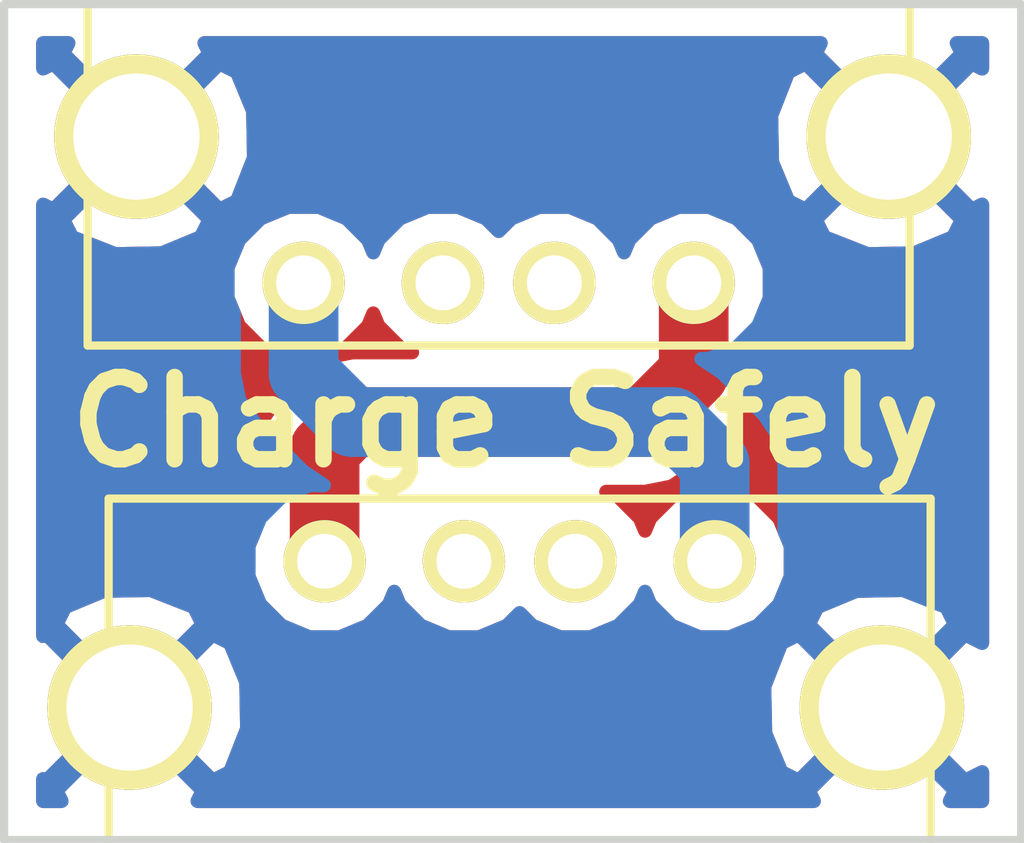
<source format=kicad_pcb>
(kicad_pcb (version 4) (host pcbnew 4.0.2+dfsg1-stable)

  (general
    (links 5)
    (no_connects 0)
    (area 0 0 0 0)
    (thickness 1.6)
    (drawings 8)
    (tracks 10)
    (zones 0)
    (modules 2)
    (nets 8)
  )

  (page A4)
  (layers
    (0 F.Cu signal hide)
    (31 B.Cu signal)
    (32 B.Adhes user)
    (33 F.Adhes user)
    (34 B.Paste user)
    (35 F.Paste user)
    (36 B.SilkS user)
    (37 F.SilkS user)
    (38 B.Mask user)
    (39 F.Mask user)
    (40 Dwgs.User user)
    (41 Cmts.User user)
    (42 Eco1.User user)
    (43 Eco2.User user)
    (44 Edge.Cuts user)
    (45 Margin user)
    (46 B.CrtYd user)
    (47 F.CrtYd user)
    (48 B.Fab user)
    (49 F.Fab user)
  )

  (setup
    (last_trace_width 1.27)
    (trace_clearance 0.2)
    (zone_clearance 0.508)
    (zone_45_only yes)
    (trace_min 0.2)
    (segment_width 0.2)
    (edge_width 0.15)
    (via_size 0.6)
    (via_drill 0.4)
    (via_min_size 0.4)
    (via_min_drill 0.3)
    (uvia_size 0.3)
    (uvia_drill 0.1)
    (uvias_allowed no)
    (uvia_min_size 0)
    (uvia_min_drill 0)
    (pcb_text_width 0.3)
    (pcb_text_size 1.5 1.5)
    (mod_edge_width 0.15)
    (mod_text_size 1 1)
    (mod_text_width 0.15)
    (pad_size 1.524 1.524)
    (pad_drill 0.762)
    (pad_to_mask_clearance 0.2)
    (aux_axis_origin 0 0)
    (visible_elements FFFFFF7F)
    (pcbplotparams
      (layerselection 0x00030_80000001)
      (usegerberextensions false)
      (excludeedgelayer true)
      (linewidth 0.100000)
      (plotframeref false)
      (viasonmask false)
      (mode 1)
      (useauxorigin false)
      (hpglpennumber 1)
      (hpglpenspeed 20)
      (hpglpendiameter 15)
      (hpglpenoverlay 2)
      (psnegative false)
      (psa4output false)
      (plotreference true)
      (plotvalue true)
      (plotinvisibletext false)
      (padsonsilk false)
      (subtractmaskfromsilk false)
      (outputformat 1)
      (mirror false)
      (drillshape 1)
      (scaleselection 1)
      (outputdirectory ""))
  )

  (net 0 "")
  (net 1 "Net-(P1-Pad4)")
  (net 2 "Net-(P1-Pad3)")
  (net 3 "Net-(P1-Pad2)")
  (net 4 "Net-(P1-Pad1)")
  (net 5 "Net-(P1-Pad5)")
  (net 6 "Net-(P2-Pad3)")
  (net 7 "Net-(P2-Pad2)")

  (net_class Default "This is the default net class."
    (clearance 0.2)
    (trace_width 1.27)
    (via_dia 0.6)
    (via_drill 0.4)
    (uvia_dia 0.3)
    (uvia_drill 0.1)
    (add_net "Net-(P1-Pad1)")
    (add_net "Net-(P1-Pad2)")
    (add_net "Net-(P1-Pad3)")
    (add_net "Net-(P1-Pad4)")
    (add_net "Net-(P1-Pad5)")
    (add_net "Net-(P2-Pad2)")
    (add_net "Net-(P2-Pad3)")
  )

  (module Connect:USB_A (layer F.Cu) (tedit 59CC453D) (tstamp 59CC433E)
    (at 155.321 99.06 180)
    (descr "USB A connector")
    (tags "USB USB_A")
    (path /59CC42C4)
    (fp_text reference P1 (at -7.239 -2.54 180) (layer F.SilkS)
      (effects (font (size 1 1) (thickness 0.15)))
    )
    (fp_text value USB_A (at 3.83794 7.43458 180) (layer F.Fab)
      (effects (font (size 1 1) (thickness 0.15)))
    )
    (fp_line (start -5.3 13.2) (end -5.3 -1.4) (layer F.CrtYd) (width 0.05))
    (fp_line (start 11.95 -1.4) (end 11.95 13.2) (layer F.CrtYd) (width 0.05))
    (fp_line (start -5.3 13.2) (end 11.95 13.2) (layer F.CrtYd) (width 0.05))
    (fp_line (start -5.3 -1.4) (end 11.95 -1.4) (layer F.CrtYd) (width 0.05))
    (fp_line (start 11.04986 -1.14512) (end 11.04986 12.95188) (layer F.SilkS) (width 0.15))
    (fp_line (start -3.93614 12.95188) (end -3.93614 -1.14512) (layer F.SilkS) (width 0.15))
    (fp_line (start 11.04986 -1.14512) (end -3.93614 -1.14512) (layer F.SilkS) (width 0.15))
    (fp_line (start 11.04986 12.95188) (end -3.93614 12.95188) (layer F.SilkS) (width 0.15))
    (pad 4 thru_hole circle (at 7.11286 -0.00212 90) (size 1.50114 1.50114) (drill 1.00076) (layers *.Cu *.Mask F.SilkS)
      (net 1 "Net-(P1-Pad4)"))
    (pad 3 thru_hole circle (at 4.57286 -0.00212 90) (size 1.50114 1.50114) (drill 1.00076) (layers *.Cu *.Mask F.SilkS)
      (net 2 "Net-(P1-Pad3)"))
    (pad 2 thru_hole circle (at 2.54086 -0.00212 90) (size 1.50114 1.50114) (drill 1.00076) (layers *.Cu *.Mask F.SilkS)
      (net 3 "Net-(P1-Pad2)"))
    (pad 1 thru_hole circle (at 0.00086 -0.00212 90) (size 1.50114 1.50114) (drill 1.00076) (layers *.Cu *.Mask F.SilkS)
      (net 4 "Net-(P1-Pad1)"))
    (pad 5 thru_hole circle (at 10.16086 2.66488 90) (size 2.99974 2.99974) (drill 2.30124) (layers *.Cu *.Mask F.SilkS)
      (net 5 "Net-(P1-Pad5)"))
    (pad 5 thru_hole circle (at -3.55514 2.66488 90) (size 2.99974 2.99974) (drill 2.30124) (layers *.Cu *.Mask F.SilkS)
      (net 5 "Net-(P1-Pad5)"))
    (model Connect.3dshapes/USB_A.wrl
      (at (xyz 0.14 0 0))
      (scale (xyz 1 1 1))
      (rotate (xyz 0 0 90))
    )
  )

  (module Connect:USB_A (layer F.Cu) (tedit 59CC4541) (tstamp 59CC4348)
    (at 148.59 104.14)
    (descr "USB A connector")
    (tags "USB USB_A")
    (path /59CC433B)
    (fp_text reference P2 (at -7.366 -2.54) (layer F.SilkS)
      (effects (font (size 1 1) (thickness 0.15)))
    )
    (fp_text value USB_A (at 3.83794 7.43458) (layer F.Fab)
      (effects (font (size 1 1) (thickness 0.15)))
    )
    (fp_line (start -5.3 13.2) (end -5.3 -1.4) (layer F.CrtYd) (width 0.05))
    (fp_line (start 11.95 -1.4) (end 11.95 13.2) (layer F.CrtYd) (width 0.05))
    (fp_line (start -5.3 13.2) (end 11.95 13.2) (layer F.CrtYd) (width 0.05))
    (fp_line (start -5.3 -1.4) (end 11.95 -1.4) (layer F.CrtYd) (width 0.05))
    (fp_line (start 11.04986 -1.14512) (end 11.04986 12.95188) (layer F.SilkS) (width 0.15))
    (fp_line (start -3.93614 12.95188) (end -3.93614 -1.14512) (layer F.SilkS) (width 0.15))
    (fp_line (start 11.04986 -1.14512) (end -3.93614 -1.14512) (layer F.SilkS) (width 0.15))
    (fp_line (start 11.04986 12.95188) (end -3.93614 12.95188) (layer F.SilkS) (width 0.15))
    (pad 4 thru_hole circle (at 7.11286 -0.00212 270) (size 1.50114 1.50114) (drill 1.00076) (layers *.Cu *.Mask F.SilkS)
      (net 1 "Net-(P1-Pad4)"))
    (pad 3 thru_hole circle (at 4.57286 -0.00212 270) (size 1.50114 1.50114) (drill 1.00076) (layers *.Cu *.Mask F.SilkS)
      (net 6 "Net-(P2-Pad3)"))
    (pad 2 thru_hole circle (at 2.54086 -0.00212 270) (size 1.50114 1.50114) (drill 1.00076) (layers *.Cu *.Mask F.SilkS)
      (net 7 "Net-(P2-Pad2)"))
    (pad 1 thru_hole circle (at 0.00086 -0.00212 270) (size 1.50114 1.50114) (drill 1.00076) (layers *.Cu *.Mask F.SilkS)
      (net 4 "Net-(P1-Pad1)"))
    (pad 5 thru_hole circle (at 10.16086 2.66488 270) (size 2.99974 2.99974) (drill 2.30124) (layers *.Cu *.Mask F.SilkS)
      (net 5 "Net-(P1-Pad5)"))
    (pad 5 thru_hole circle (at -3.55514 2.66488 270) (size 2.99974 2.99974) (drill 2.30124) (layers *.Cu *.Mask F.SilkS)
      (net 5 "Net-(P1-Pad5)"))
    (model Connect.3dshapes/USB_A.wrl
      (at (xyz 0.14 0 0))
      (scale (xyz 1 1 1))
      (rotate (xyz 0 0 90))
    )
  )

  (gr_text @SmittyHalibut (at 152.146 96.266) (layer B.Mask)
    (effects (font (size 1.016 0.762) (thickness 0.1524)) (justify mirror))
  )
  (gr_text <>< (at 149.606 106.68) (layer B.Mask)
    (effects (font (size 1.016 1.016) (thickness 0.1778)) (justify mirror))
  )
  (gr_text ><> (at 154.432 107.696) (layer B.Mask)
    (effects (font (size 1.016 1.016) (thickness 0.1778)) (justify mirror))
  )
  (gr_text "Charge Safely" (at 151.892 101.6) (layer F.SilkS)
    (effects (font (size 1.5 1.5) (thickness 0.3)))
  )
  (gr_line (start 142.748 109.22) (end 161.29 109.22) (angle 90) (layer Edge.Cuts) (width 0.15))
  (gr_line (start 142.748 109.22) (end 142.748 93.98) (angle 90) (layer Edge.Cuts) (width 0.15))
  (gr_line (start 161.29 93.98) (end 161.29 109.22) (angle 90) (layer Edge.Cuts) (width 0.15))
  (gr_line (start 142.748 93.98) (end 161.29 93.98) (angle 90) (layer Edge.Cuts) (width 0.15))

  (segment (start 148.20814 99.06212) (end 148.20814 100.71014) (width 1.27) (layer B.Cu) (net 1) (status 400000))
  (segment (start 155.70286 102.36286) (end 155.70286 104.13788) (width 1.27) (layer B.Cu) (net 1) (tstamp 59CC4529) (status 800000))
  (segment (start 154.94 101.6) (end 155.70286 102.36286) (width 1.27) (layer B.Cu) (net 1) (tstamp 59CC4526))
  (segment (start 149.098 101.6) (end 154.94 101.6) (width 1.27) (layer B.Cu) (net 1) (tstamp 59CC4524))
  (segment (start 148.20814 100.71014) (end 149.098 101.6) (width 1.27) (layer B.Cu) (net 1) (tstamp 59CC451F))
  (segment (start 155.32014 99.06212) (end 155.32014 100.71186) (width 1.27) (layer F.Cu) (net 4) (status 400000))
  (segment (start 148.59086 102.10714) (end 148.59086 104.13788) (width 1.27) (layer F.Cu) (net 4) (tstamp 59CC451A) (status 800000))
  (segment (start 149.098 101.6) (end 148.59086 102.10714) (width 1.27) (layer F.Cu) (net 4) (tstamp 59CC4517))
  (segment (start 154.432 101.6) (end 149.098 101.6) (width 1.27) (layer F.Cu) (net 4) (tstamp 59CC4512))
  (segment (start 155.32014 100.71186) (end 154.432 101.6) (width 1.27) (layer F.Cu) (net 4) (tstamp 59CC450F))

  (zone (net 5) (net_name "Net-(P1-Pad5)") (layer F.Cu) (tstamp 59CC447E) (hatch edge 0.508)
    (connect_pads (clearance 0.508))
    (min_thickness 0.254)
    (fill yes (arc_segments 16) (thermal_gap 0.508) (thermal_bridge_width 0.508))
    (polygon
      (pts
        (xy 142.748 93.98) (xy 161.29 93.98) (xy 161.29 109.22) (xy 142.748 109.22)
      )
    )
    (filled_polygon
      (pts
        (xy 143.825868 94.881243) (xy 145.16014 96.215515) (xy 146.494412 94.881243) (xy 146.398557 94.69) (xy 157.637723 94.69)
        (xy 157.541868 94.881243) (xy 158.87614 96.215515) (xy 160.210412 94.881243) (xy 160.114557 94.69) (xy 160.58 94.69)
        (xy 160.58 95.156072) (xy 160.390017 95.060848) (xy 159.055745 96.39512) (xy 160.390017 97.729392) (xy 160.58 97.634168)
        (xy 160.58 105.628625) (xy 160.264737 105.470608) (xy 158.930465 106.80488) (xy 160.264737 108.139152) (xy 160.58 107.981135)
        (xy 160.58 108.51) (xy 159.989277 108.51) (xy 160.085132 108.318757) (xy 158.75086 106.984485) (xy 157.416588 108.318757)
        (xy 157.512443 108.51) (xy 146.273277 108.51) (xy 146.369132 108.318757) (xy 145.03486 106.984485) (xy 143.700588 108.318757)
        (xy 143.796443 108.51) (xy 143.458 108.51) (xy 143.458 108.107584) (xy 143.520983 108.139152) (xy 144.855255 106.80488)
        (xy 145.214465 106.80488) (xy 146.548737 108.139152) (xy 146.867492 107.979385) (xy 147.177455 107.188663) (xy 147.162787 106.421097)
        (xy 156.608265 106.421097) (xy 156.624493 107.270246) (xy 156.918228 107.979385) (xy 157.236983 108.139152) (xy 158.571255 106.80488)
        (xy 157.236983 105.470608) (xy 156.918228 105.630375) (xy 156.608265 106.421097) (xy 147.162787 106.421097) (xy 147.161227 106.339514)
        (xy 146.867492 105.630375) (xy 146.548737 105.470608) (xy 145.214465 106.80488) (xy 144.855255 106.80488) (xy 143.520983 105.470608)
        (xy 143.458 105.502176) (xy 143.458 105.291003) (xy 143.700588 105.291003) (xy 145.03486 106.625275) (xy 146.369132 105.291003)
        (xy 146.209365 104.972248) (xy 145.418643 104.662285) (xy 144.569494 104.678513) (xy 143.860355 104.972248) (xy 143.700588 105.291003)
        (xy 143.458 105.291003) (xy 143.458 99.336518) (xy 146.82233 99.336518) (xy 147.032826 99.845957) (xy 147.422253 100.236064)
        (xy 147.931324 100.447449) (xy 148.482538 100.44793) (xy 148.991977 100.237434) (xy 149.382084 99.848007) (xy 149.478115 99.616739)
        (xy 149.572826 99.845957) (xy 149.962253 100.236064) (xy 150.188476 100.33) (xy 149.098 100.33) (xy 148.611992 100.426673)
        (xy 148.199974 100.701974) (xy 148.199972 100.701977) (xy 147.692834 101.209114) (xy 147.417533 101.621132) (xy 147.320859 102.10714)
        (xy 147.32086 102.107145) (xy 147.32086 103.583321) (xy 147.205531 103.861064) (xy 147.20505 104.412278) (xy 147.415546 104.921717)
        (xy 147.804973 105.311824) (xy 148.314044 105.523209) (xy 148.865258 105.52369) (xy 149.374697 105.313194) (xy 149.764804 104.923767)
        (xy 149.860835 104.692499) (xy 149.955546 104.921717) (xy 150.344973 105.311824) (xy 150.854044 105.523209) (xy 151.405258 105.52369)
        (xy 151.914697 105.313194) (xy 152.146923 105.081373) (xy 152.376973 105.311824) (xy 152.886044 105.523209) (xy 153.437258 105.52369)
        (xy 153.946697 105.313194) (xy 154.336804 104.923767) (xy 154.432835 104.692499) (xy 154.527546 104.921717) (xy 154.916973 105.311824)
        (xy 155.426044 105.523209) (xy 155.977258 105.52369) (xy 156.486697 105.313194) (xy 156.508926 105.291003) (xy 157.416588 105.291003)
        (xy 158.75086 106.625275) (xy 160.085132 105.291003) (xy 159.925365 104.972248) (xy 159.134643 104.662285) (xy 158.285494 104.678513)
        (xy 157.576355 104.972248) (xy 157.416588 105.291003) (xy 156.508926 105.291003) (xy 156.876804 104.923767) (xy 157.088189 104.414696)
        (xy 157.08867 103.863482) (xy 156.878174 103.354043) (xy 156.488747 102.963936) (xy 155.979676 102.752551) (xy 155.428462 102.75207)
        (xy 154.919023 102.962566) (xy 154.528916 103.351993) (xy 154.432885 103.583261) (xy 154.338174 103.354043) (xy 153.948747 102.963936)
        (xy 153.722524 102.87) (xy 154.431995 102.87) (xy 154.432 102.870001) (xy 154.918008 102.773327) (xy 155.330026 102.498026)
        (xy 156.218163 101.609888) (xy 156.218166 101.609886) (xy 156.493467 101.197868) (xy 156.545991 100.933813) (xy 156.590141 100.71186)
        (xy 156.59014 100.711855) (xy 156.59014 99.616679) (xy 156.705469 99.338936) (xy 156.70595 98.787722) (xy 156.495454 98.278283)
        (xy 156.126812 97.908997) (xy 157.541868 97.908997) (xy 157.701635 98.227752) (xy 158.492357 98.537715) (xy 159.341506 98.521487)
        (xy 160.050645 98.227752) (xy 160.210412 97.908997) (xy 158.87614 96.574725) (xy 157.541868 97.908997) (xy 156.126812 97.908997)
        (xy 156.106027 97.888176) (xy 155.596956 97.676791) (xy 155.045742 97.67631) (xy 154.536303 97.886806) (xy 154.146196 98.276233)
        (xy 154.050165 98.507501) (xy 153.955454 98.278283) (xy 153.566027 97.888176) (xy 153.056956 97.676791) (xy 152.505742 97.67631)
        (xy 151.996303 97.886806) (xy 151.764077 98.118627) (xy 151.534027 97.888176) (xy 151.024956 97.676791) (xy 150.473742 97.67631)
        (xy 149.964303 97.886806) (xy 149.574196 98.276233) (xy 149.478165 98.507501) (xy 149.383454 98.278283) (xy 148.994027 97.888176)
        (xy 148.484956 97.676791) (xy 147.933742 97.67631) (xy 147.424303 97.886806) (xy 147.034196 98.276233) (xy 146.822811 98.785304)
        (xy 146.82233 99.336518) (xy 143.458 99.336518) (xy 143.458 97.908997) (xy 143.825868 97.908997) (xy 143.985635 98.227752)
        (xy 144.776357 98.537715) (xy 145.625506 98.521487) (xy 146.334645 98.227752) (xy 146.494412 97.908997) (xy 145.16014 96.574725)
        (xy 143.825868 97.908997) (xy 143.458 97.908997) (xy 143.458 97.63503) (xy 143.646263 97.729392) (xy 144.980535 96.39512)
        (xy 145.339745 96.39512) (xy 146.674017 97.729392) (xy 146.992772 97.569625) (xy 147.302735 96.778903) (xy 147.288067 96.011337)
        (xy 156.733545 96.011337) (xy 156.749773 96.860486) (xy 157.043508 97.569625) (xy 157.362263 97.729392) (xy 158.696535 96.39512)
        (xy 157.362263 95.060848) (xy 157.043508 95.220615) (xy 156.733545 96.011337) (xy 147.288067 96.011337) (xy 147.286507 95.929754)
        (xy 146.992772 95.220615) (xy 146.674017 95.060848) (xy 145.339745 96.39512) (xy 144.980535 96.39512) (xy 143.646263 95.060848)
        (xy 143.458 95.15521) (xy 143.458 94.69) (xy 143.921723 94.69)
      )
    )
  )
  (zone (net 5) (net_name "Net-(P1-Pad5)") (layer B.Cu) (tstamp 59CC4491) (hatch edge 0.508)
    (connect_pads (clearance 0.508))
    (min_thickness 0.254)
    (fill yes (arc_segments 16) (thermal_gap 0.508) (thermal_bridge_width 0.508))
    (polygon
      (pts
        (xy 142.748 93.98) (xy 161.29 93.98) (xy 161.29 109.22) (xy 142.748 109.22)
      )
    )
    (filled_polygon
      (pts
        (xy 143.825868 94.881243) (xy 145.16014 96.215515) (xy 146.494412 94.881243) (xy 146.398557 94.69) (xy 157.637723 94.69)
        (xy 157.541868 94.881243) (xy 158.87614 96.215515) (xy 160.210412 94.881243) (xy 160.114557 94.69) (xy 160.58 94.69)
        (xy 160.58 95.156072) (xy 160.390017 95.060848) (xy 159.055745 96.39512) (xy 160.390017 97.729392) (xy 160.58 97.634168)
        (xy 160.58 105.628625) (xy 160.264737 105.470608) (xy 158.930465 106.80488) (xy 160.264737 108.139152) (xy 160.58 107.981135)
        (xy 160.58 108.51) (xy 159.989277 108.51) (xy 160.085132 108.318757) (xy 158.75086 106.984485) (xy 157.416588 108.318757)
        (xy 157.512443 108.51) (xy 146.273277 108.51) (xy 146.369132 108.318757) (xy 145.03486 106.984485) (xy 143.700588 108.318757)
        (xy 143.796443 108.51) (xy 143.458 108.51) (xy 143.458 108.107584) (xy 143.520983 108.139152) (xy 144.855255 106.80488)
        (xy 145.214465 106.80488) (xy 146.548737 108.139152) (xy 146.867492 107.979385) (xy 147.177455 107.188663) (xy 147.162787 106.421097)
        (xy 156.608265 106.421097) (xy 156.624493 107.270246) (xy 156.918228 107.979385) (xy 157.236983 108.139152) (xy 158.571255 106.80488)
        (xy 157.236983 105.470608) (xy 156.918228 105.630375) (xy 156.608265 106.421097) (xy 147.162787 106.421097) (xy 147.161227 106.339514)
        (xy 146.867492 105.630375) (xy 146.548737 105.470608) (xy 145.214465 106.80488) (xy 144.855255 106.80488) (xy 143.520983 105.470608)
        (xy 143.458 105.502176) (xy 143.458 105.291003) (xy 143.700588 105.291003) (xy 145.03486 106.625275) (xy 146.369132 105.291003)
        (xy 146.209365 104.972248) (xy 145.418643 104.662285) (xy 144.569494 104.678513) (xy 143.860355 104.972248) (xy 143.700588 105.291003)
        (xy 143.458 105.291003) (xy 143.458 99.336518) (xy 146.82233 99.336518) (xy 146.93814 99.616799) (xy 146.93814 100.710135)
        (xy 146.938139 100.71014) (xy 147.034813 101.196148) (xy 147.310114 101.608166) (xy 148.199974 102.498026) (xy 148.580523 102.7523)
        (xy 148.316462 102.75207) (xy 147.807023 102.962566) (xy 147.416916 103.351993) (xy 147.205531 103.861064) (xy 147.20505 104.412278)
        (xy 147.415546 104.921717) (xy 147.804973 105.311824) (xy 148.314044 105.523209) (xy 148.865258 105.52369) (xy 149.374697 105.313194)
        (xy 149.764804 104.923767) (xy 149.860835 104.692499) (xy 149.955546 104.921717) (xy 150.344973 105.311824) (xy 150.854044 105.523209)
        (xy 151.405258 105.52369) (xy 151.914697 105.313194) (xy 152.146923 105.081373) (xy 152.376973 105.311824) (xy 152.886044 105.523209)
        (xy 153.437258 105.52369) (xy 153.946697 105.313194) (xy 154.336804 104.923767) (xy 154.432835 104.692499) (xy 154.527546 104.921717)
        (xy 154.916973 105.311824) (xy 155.426044 105.523209) (xy 155.977258 105.52369) (xy 156.486697 105.313194) (xy 156.508926 105.291003)
        (xy 157.416588 105.291003) (xy 158.75086 106.625275) (xy 160.085132 105.291003) (xy 159.925365 104.972248) (xy 159.134643 104.662285)
        (xy 158.285494 104.678513) (xy 157.576355 104.972248) (xy 157.416588 105.291003) (xy 156.508926 105.291003) (xy 156.876804 104.923767)
        (xy 157.088189 104.414696) (xy 157.08867 103.863482) (xy 156.97286 103.583201) (xy 156.97286 102.362865) (xy 156.972861 102.36286)
        (xy 156.876187 101.876852) (xy 156.600886 101.464834) (xy 155.838026 100.701974) (xy 155.457643 100.447811) (xy 155.594538 100.44793)
        (xy 156.103977 100.237434) (xy 156.494084 99.848007) (xy 156.705469 99.338936) (xy 156.70595 98.787722) (xy 156.495454 98.278283)
        (xy 156.126812 97.908997) (xy 157.541868 97.908997) (xy 157.701635 98.227752) (xy 158.492357 98.537715) (xy 159.341506 98.521487)
        (xy 160.050645 98.227752) (xy 160.210412 97.908997) (xy 158.87614 96.574725) (xy 157.541868 97.908997) (xy 156.126812 97.908997)
        (xy 156.106027 97.888176) (xy 155.596956 97.676791) (xy 155.045742 97.67631) (xy 154.536303 97.886806) (xy 154.146196 98.276233)
        (xy 154.050165 98.507501) (xy 153.955454 98.278283) (xy 153.566027 97.888176) (xy 153.056956 97.676791) (xy 152.505742 97.67631)
        (xy 151.996303 97.886806) (xy 151.764077 98.118627) (xy 151.534027 97.888176) (xy 151.024956 97.676791) (xy 150.473742 97.67631)
        (xy 149.964303 97.886806) (xy 149.574196 98.276233) (xy 149.478165 98.507501) (xy 149.383454 98.278283) (xy 148.994027 97.888176)
        (xy 148.484956 97.676791) (xy 147.933742 97.67631) (xy 147.424303 97.886806) (xy 147.034196 98.276233) (xy 146.822811 98.785304)
        (xy 146.82233 99.336518) (xy 143.458 99.336518) (xy 143.458 97.908997) (xy 143.825868 97.908997) (xy 143.985635 98.227752)
        (xy 144.776357 98.537715) (xy 145.625506 98.521487) (xy 146.334645 98.227752) (xy 146.494412 97.908997) (xy 145.16014 96.574725)
        (xy 143.825868 97.908997) (xy 143.458 97.908997) (xy 143.458 97.63503) (xy 143.646263 97.729392) (xy 144.980535 96.39512)
        (xy 145.339745 96.39512) (xy 146.674017 97.729392) (xy 146.992772 97.569625) (xy 147.302735 96.778903) (xy 147.288067 96.011337)
        (xy 156.733545 96.011337) (xy 156.749773 96.860486) (xy 157.043508 97.569625) (xy 157.362263 97.729392) (xy 158.696535 96.39512)
        (xy 157.362263 95.060848) (xy 157.043508 95.220615) (xy 156.733545 96.011337) (xy 147.288067 96.011337) (xy 147.286507 95.929754)
        (xy 146.992772 95.220615) (xy 146.674017 95.060848) (xy 145.339745 96.39512) (xy 144.980535 96.39512) (xy 143.646263 95.060848)
        (xy 143.458 95.15521) (xy 143.458 94.69) (xy 143.921723 94.69)
      )
    )
  )
)

</source>
